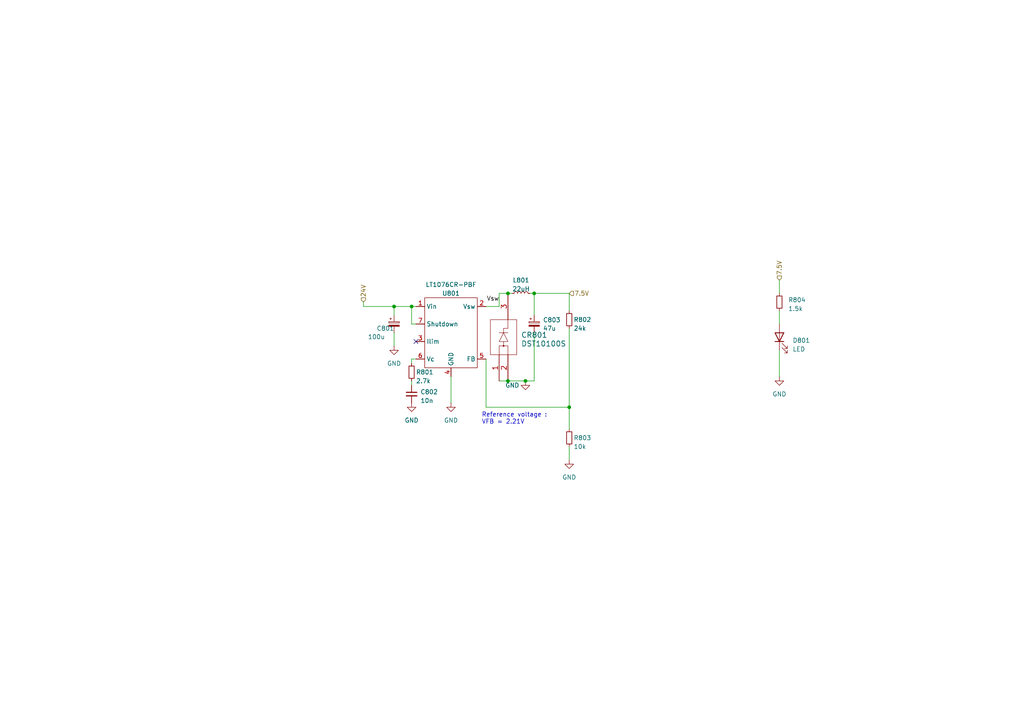
<source format=kicad_sch>
(kicad_sch (version 20230121) (generator eeschema)
  (paper "A4")
  (lib_symbols
    (symbol "DST10100S_1" (pin_names (offset 0.254) hide)
      (property "Reference" "CR" (at 12.7 7.62 0))
      (property "Value" "DST10100S" (at 12.7 5.08 0))
      (symbol "DST10100S_1_1_1"
        (polyline (pts (xy 7.62 -5.08) (xy 17.78 -5.08)) (stroke (width 0.127)))
        (polyline (pts (xy 7.62 0) (xy 10.16 0)) (stroke (width 0.127)))
        (polyline (pts (xy 7.62 2.54) (xy 7.62 -5.08)) (stroke (width 0.127)))
        (polyline (pts (xy 10.16 -2.54) (xy 7.62 -2.54)) (stroke (width 0.127)))
        (polyline (pts (xy 10.16 -1.27) (xy 11.43 -1.27)) (stroke (width 0.127)))
        (polyline (pts (xy 10.16 0) (xy 10.16 -2.54)) (stroke (width 0.127)))
        (polyline (pts (xy 11.43 -2.54) (xy 13.97 -1.27)) (stroke (width 0.127)))
        (polyline (pts (xy 11.43 0) (xy 11.43 -2.54)) (stroke (width 0.127)))
        (polyline (pts (xy 13.97 -1.27) (xy 11.43 0)) (stroke (width 0.127)))
        (polyline (pts (xy 13.97 -1.27) (xy 15.24 -1.27)) (stroke (width 0.127)))
        (polyline (pts (xy 13.97 0) (xy 13.97 -2.54)) (stroke (width 0.127)))
        (polyline (pts (xy 15.24 -2.54) (xy 17.78 -2.54)) (stroke (width 0.127)))
        (polyline (pts (xy 15.24 -1.27) (xy 15.24 -2.54)) (stroke (width 0.127)))
        (polyline (pts (xy 17.78 -5.08) (xy 17.78 2.54)) (stroke (width 0.127)))
        (polyline (pts (xy 17.78 2.54) (xy 7.62 2.54)) (stroke (width 0.127)))
        (arc (start 10.16 -1.397) (mid 10.16 -1.397) (end 10.16 -1.397) (stroke (width 0.254)))
        (circle (center 10.16 -1.27) (radius 0.127) (stroke (width 0.254)))
        (pin unspecified line (at 0 0 0) (length 7.62) (name "1") (number "1"))
        (pin unspecified line (at 0 -2.54 0) (length 7.62) (name "2") (number "2"))
        (pin unspecified line (at 25.4 -2.54 180) (length 7.62) (name "3") (number "3"))
      )
    )
    (symbol "Device:C_Polarized_Small" (pin_numbers hide) (pin_names (offset 0.254) hide)
      (property "Reference" "C" (at 0.254 1.778 0))
      (property "Value" "C_Polarized_Small" (at 0.254 -2.032 0))
      (symbol "C_Polarized_Small_0_1"
        (rectangle (start -1.524 -0.3048) (end 1.524 -0.6858) (fill (type outline)))
        (rectangle (start -1.524 0.6858) (end 1.524 0.3048))
        (polyline (pts (xy -1.27 1.524) (xy -0.762 1.524)))
        (polyline (pts (xy -1.016 1.27) (xy -1.016 1.778)))
      )
      (symbol "C_Polarized_Small_1_1"
        (pin passive line (at 0 2.54 270) (length 1.8542) (name "~") (number "1"))
        (pin passive line (at 0 -2.54 90) (length 1.8542) (name "~") (number "2"))
      )
    )
    (symbol "Device:C_Small" (pin_numbers hide) (pin_names (offset 0.254) hide)
      (property "Reference" "C" (at 0.254 1.778 0))
      (property "Value" "C_Small" (at 0.254 -2.032 0))
      (symbol "C_Small_0_1"
        (polyline (pts (xy -1.524 -0.508) (xy 1.524 -0.508)) (stroke (width 0.3302)))
        (polyline (pts (xy -1.524 0.508) (xy 1.524 0.508)) (stroke (width 0.3048)))
      )
      (symbol "C_Small_1_1"
        (pin passive line (at 0 2.54 270) (length 2.032) (name "~") (number "1"))
        (pin passive line (at 0 -2.54 90) (length 2.032) (name "~") (number "2"))
      )
    )
    (symbol "Device:LED" (pin_numbers hide) (pin_names (offset 1.016) hide)
      (property "Reference" "D" (at 0 2.54 0))
      (property "Value" "LED" (at 0 -2.54 0))
      (symbol "LED_0_1"
        (polyline (pts (xy -1.27 -1.27) (xy -1.27 1.27)) (stroke (width 0.254)))
        (polyline (pts (xy -1.27 0) (xy 1.27 0)))
        (polyline (pts (xy 1.27 -1.27) (xy 1.27 1.27) (xy -1.27 0) (xy 1.27 -1.27)) (stroke (width 0.254)))
        (polyline (pts (xy -3.048 -0.762) (xy -4.572 -2.286) (xy -3.81 -2.286) (xy -4.572 -2.286) (xy -4.572 -1.524)))
        (polyline (pts (xy -1.778 -0.762) (xy -3.302 -2.286) (xy -2.54 -2.286) (xy -3.302 -2.286) (xy -3.302 -1.524)))
      )
      (symbol "LED_1_1"
        (pin passive line (at -3.81 0 0) (length 2.54) (name "K") (number "1"))
        (pin passive line (at 3.81 0 180) (length 2.54) (name "A") (number "2"))
      )
    )
    (symbol "Device:L_Small" (pin_numbers hide) (pin_names (offset 0.254) hide)
      (property "Reference" "L" (at 0.762 1.016 0))
      (property "Value" "L_Small" (at 0.762 -1.016 0))
      (symbol "L_Small_0_1"
        (arc (start 0 -2.032) (mid 0.5058 -1.524) (end 0 -1.016))
        (arc (start 0 -1.016) (mid 0.5058 -0.508) (end 0 0))
        (arc (start 0 0) (mid 0.5058 0.508) (end 0 1.016))
        (arc (start 0 1.016) (mid 0.5058 1.524) (end 0 2.032))
      )
      (symbol "L_Small_1_1"
        (pin passive line (at 0 2.54 270) (length 0.508) (name "~") (number "1"))
        (pin passive line (at 0 -2.54 90) (length 0.508) (name "~") (number "2"))
      )
    )
    (symbol "Device:R_Small" (pin_numbers hide) (pin_names (offset 0.254) hide)
      (property "Reference" "R" (at 0.762 0.508 0))
      (property "Value" "R_Small" (at 0.762 -1.016 0))
      (symbol "R_Small_0_1"
        (rectangle (start -0.762 1.778) (end 0.762 -1.778) (stroke (width 0.2032)))
      )
      (symbol "R_Small_1_1"
        (pin passive line (at 0 2.54 270) (length 0.762) (name "~") (number "1"))
        (pin passive line (at 0 -2.54 90) (length 0.762) (name "~") (number "2"))
      )
    )
    (symbol "LT1076_1"
      (property "Reference" "U" (at -6.35 10.16 0))
      (symbol "LT1076_1_0_1"
        (rectangle (start -7.62 8.89) (end 7.62 -11.43))
      )
      (symbol "LT1076_1_1_1"
        (pin power_in line (at -10.16 6.35 0) (length 2.54) (name "Vin") (number "1"))
        (pin output line (at 10.16 6.35 180) (length 2.54) (name "Vsw") (number "2"))
        (pin input line (at -10.16 -3.81 0) (length 2.54) (name "Ilim") (number "3"))
        (pin power_in line (at 0 -13.97 90) (length 2.54) (name "GND") (number "4"))
        (pin input line (at 10.16 -8.89 180) (length 2.54) (name "FB") (number "5"))
        (pin input line (at -10.16 -8.89 0) (length 2.54) (name "Vc") (number "6"))
        (pin input line (at -10.16 1.27 0) (length 2.54) (name "Shutdown") (number "7"))
      )
    )
    (symbol "power:GND" (power) (pin_names (offset 0))
      (property "Value" "GND" (at 0 -3.81 0))
      (symbol "GND_0_1"
        (polyline (pts (xy 0 0) (xy 0 -1.27) (xy 1.27 -1.27) (xy 0 -2.54) (xy -1.27 -1.27) (xy 0 -1.27)))
      )
      (symbol "GND_1_1"
        (pin power_in line (at 0 0 270) (length 0) hide (name "GND") (number "1"))
      )
    )
  )
  (junction (at 147.32 110.49))
  (junction (at 114.3 88.9))
  (junction (at 119.38 88.9))
  (junction (at 165.1 118.11))
  (junction (at 152.4 110.49))
  (junction (at 147.32 85.09))
  (junction (at 154.94 85.09))
  (no_connect (at 120.65 99.06))
  (wire (pts (xy 119.38 105.41) (xy 119.38 104.14)))
  (wire (pts (xy 119.38 88.9) (xy 119.38 93.98)))
  (wire (pts (xy 226.06 109.22) (xy 226.06 101.6)))
  (wire (pts (xy 105.41 88.9) (xy 114.3 88.9)))
  (wire (pts (xy 226.06 81.28) (xy 226.06 85.09)))
  (wire (pts (xy 165.1 129.54) (xy 165.1 133.35)))
  (wire (pts (xy 144.78 110.49) (xy 147.32 110.49)))
  (wire (pts (xy 144.78 88.9) (xy 140.97 88.9)))
  (wire (pts (xy 154.94 85.09) (xy 154.94 91.44)))
  (wire (pts (xy 154.94 110.49) (xy 152.4 110.49)))
  (wire (pts (xy 114.3 88.9) (xy 119.38 88.9)))
  (wire (pts (xy 144.78 85.09) (xy 147.32 85.09)))
  (wire (pts (xy 147.32 85.09) (xy 148.59 85.09)))
  (wire (pts (xy 144.78 85.09) (xy 144.78 88.9)))
  (wire (pts (xy 154.94 96.52) (xy 154.94 110.49)))
  (wire (pts (xy 119.38 104.14) (xy 120.65 104.14)))
  (wire (pts (xy 165.1 85.09) (xy 165.1 90.17)))
  (wire (pts (xy 226.06 90.17) (xy 226.06 93.98)))
  (wire (pts (xy 153.67 85.09) (xy 154.94 85.09)))
  (wire (pts (xy 130.81 109.22) (xy 130.81 116.84)))
  (wire (pts (xy 147.32 110.49) (xy 152.4 110.49)))
  (wire (pts (xy 140.97 118.11) (xy 165.1 118.11)))
  (wire (pts (xy 119.38 110.49) (xy 119.38 111.76)))
  (wire (pts (xy 114.3 88.9) (xy 114.3 91.44)))
  (wire (pts (xy 119.38 88.9) (xy 120.65 88.9)))
  (wire (pts (xy 119.38 93.98) (xy 120.65 93.98)))
  (wire (pts (xy 114.3 96.52) (xy 114.3 100.33)))
  (wire (pts (xy 165.1 95.25) (xy 165.1 118.11)))
  (wire (pts (xy 105.41 87.63) (xy 105.41 88.9)))
  (wire (pts (xy 140.97 118.11) (xy 140.97 104.14)))
  (wire (pts (xy 154.94 85.09) (xy 165.1 85.09)))
  (wire (pts (xy 165.1 118.11) (xy 165.1 124.46)))
  (text "Reference voltage :\nVFB = 2.21V" (at 139.7 123.19 0) (effects (font (size 1.27 1.27)) (justify left bottom)))
  (label "Vsw" (at 144.78 87.63 180))
  (hierarchical_label "24V" (shape input) (at 105.41 87.63 90))
  (hierarchical_label "7.5V" (shape input) (at 165.1 85.09 0))
  (hierarchical_label "7.5V" (shape input) (at 226.06 81.28 90))
  (symbol (lib_id "power:GND") (at 165.1 133.35 0) (unit 1)
    (property "Reference" "#PWR0805" (effects hide))
    (property "Value" "GND" (at 165.1 138.43 0))
    (instances (project "Robourt" (path "" (reference "#PWR0805") (unit 1))) (project "Regulateurs" (path "" (reference "#PWR?") (unit 1))) (project "QBPS_LT1076CR#PBF" (path "" (reference "#PWR?") (unit 1)) (path "" (reference "#PWR?") (unit 1)) (path "" (reference "#PWR?") (unit 1)) (path "" (reference "#PWR?") (unit 1))))
  )
  (symbol (lib_id "power:GND") (at 114.3 100.33 0) (unit 1)
    (property "Reference" "#PWR0801" (effects hide))
    (property "Value" "GND" (at 114.3 105.41 0))
    (instances (project "Robourt" (path "" (reference "#PWR0801") (unit 1))) (project "Regulateurs" (path "" (reference "#PWR?") (unit 1))) (project "QBPS_LT1076CR#PBF" (path "" (reference "#PWR?") (unit 1)) (path "" (reference "#PWR?") (unit 1)) (path "" (reference "#PWR?") (unit 1)) (path "" (reference "#PWR?") (unit 1))))
  )
  (symbol (lib_id "Device:R_Small") (at 119.38 107.95 0) (unit 1)
    (property "Reference" "R801" (at 120.65 107.95 0) (effects (justify left)))
    (property "Value" "2.7k" (at 120.65 110.49 0) (effects (justify left)))
    (property "Footprint" "Resistor_SMD:R_0402_1005Metric" (effects hide))
    (instances (project "Robourt" (path "" (reference "R801") (unit 1))) (project "Regulateurs" (path "" (reference "R?") (unit 1))) (project "QBPS_LT1076CR#PBF" (path "" (reference "R?") (unit 1)) (path "" (reference "R?") (unit 1)) (path "" (reference "R?") (unit 1)) (path "" (reference "R?") (unit 1))))
  )
  (symbol (lib_id "Device:LED") (at 226.06 97.79 90) (unit 1)
    (property "Reference" "D801" (at 229.87 98.7425 90) (effects (justify right)))
    (property "Value" "LED" (at 229.87 101.2825 90) (effects (justify right)))
    (property "Footprint" "LED_SMD:LED_0603_1608Metric" (effects hide))
    (instances (project "Robourt" (path "" (reference "D801") (unit 1))) (project "Regulateurs" (path "" (reference "D?") (unit 1))) (project "QBPS_LT1076CR#PBF" (path "" (reference "D?") (unit 1)) (path "" (reference "D?") (unit 1)) (path "" (reference "D?") (unit 1)) (path "" (reference "D?") (unit 1)) (path "" (reference "D?") (unit 1))))
  )
  (symbol (lib_id "Device:C_Polarized_Small") (at 154.94 93.98 0) (unit 1)
    (property "Reference" "C803" (at 157.48 92.7989 0) (effects (justify left)))
    (property "Value" "47u" (at 157.48 95.25 0) (effects (justify left)))
    (property "Footprint" "Capacitor_SMD:CP_Elec_6.3x5.4" (effects hide))
    (property "MFR" "865060543005" (effects hide))
    (instances (project "Robourt" (path "" (reference "C803") (unit 1))) (project "Regulateurs" (path "" (reference "C?") (unit 1))) (project "QBPS_LT1076CR#PBF" (path "" (reference "C?") (unit 1)) (path "" (reference "C?") (unit 1)) (path "" (reference "C?") (unit 1)) (path "" (reference "C?") (unit 1))))
  )
  (symbol (lib_id "power:GND") (at 152.4 110.49 0) (unit 1)
    (property "Reference" "#PWR0804" (effects hide))
    (property "Value" "GND" (at 148.59 111.76 0))
    (instances (project "Robourt" (path "" (reference "#PWR0804") (unit 1))) (project "Regulateurs" (path "" (reference "#PWR?") (unit 1))) (project "QBPS_LT1076CR#PBF" (path "" (reference "#PWR?") (unit 1)) (path "" (reference "#PWR?") (unit 1)) (path "" (reference "#PWR?") (unit 1)) (path "" (reference "#PWR?") (unit 1))))
  )
  (symbol (lib_id "power:GND") (at 226.06 109.22 0) (unit 1)
    (property "Reference" "#PWR0806" (effects hide))
    (property "Value" "GND" (at 226.06 114.3 0))
    (instances (project "Robourt" (path "" (reference "#PWR0806") (unit 1))) (project "Regulateurs" (path "" (reference "#PWR?") (unit 1))) (project "QBPS_LT1076CR#PBF" (path "" (reference "#PWR?") (unit 1)) (path "" (reference "#PWR?") (unit 1)) (path "" (reference "#PWR?") (unit 1)) (path "" (reference "#PWR?") (unit 1)) (path "" (reference "#PWR?") (unit 1))))
  )
  (symbol (lib_id "Device:C_Small") (at 119.38 114.3 0) (unit 1)
    (property "Reference" "C802" (at 121.92 113.6713 0) (effects (justify left)))
    (property "Value" "10n" (at 121.92 116.2113 0) (effects (justify left)))
    (property "Footprint" "Capacitor_SMD:C_0402_1005Metric" (effects hide))
    (instances (project "Robourt" (path "" (reference "C802") (unit 1))) (project "Regulateurs" (path "" (reference "C?") (unit 1))) (project "QBPS_LT1076CR#PBF" (path "" (reference "C?") (unit 1)) (path "" (reference "C?") (unit 1)) (path "" (reference "C?") (unit 1)) (path "" (reference "C?") (unit 1))))
  )
  (symbol (lib_id "Device:R_Small") (at 165.1 92.71 0) (unit 1)
    (property "Reference" "R802" (at 166.37 92.71 0) (effects (justify left)))
    (property "Value" "24k" (at 166.37 95.25 0) (effects (justify left)))
    (property "Footprint" "Resistor_SMD:R_0402_1005Metric" (effects hide))
    (instances (project "Robourt" (path "" (reference "R802") (unit 1))) (project "Regulateurs" (path "" (reference "R?") (unit 1))) (project "QBPS_LT1076CR#PBF" (path "" (reference "R?") (unit 1)) (path "" (reference "R?") (unit 1)) (path "" (reference "R?") (unit 1)) (path "" (reference "R?") (unit 1))))
  )
  (symbol (lib_id "Device:L_Small") (at 151.13 85.09 90) (unit 1)
    (property "Reference" "L801" (at 151.13 81.28 90))
    (property "Value" "22uH" (at 151.13 83.82 90))
    (property "Footprint" "Inductor_SMD:L_Changjiang_FNR8065S" (effects hide))
    (property "MFR" "7447709220" (effects hide))
    (instances (project "Robourt" (path "" (reference "L801") (unit 1))) (project "Regulateurs" (path "" (reference "L?") (unit 1))) (project "QBPS_LT1076CR#PBF" (path "" (reference "L?") (unit 1)) (path "" (reference "L?") (unit 1)) (path "" (reference "L?") (unit 1)) (path "" (reference "L?") (unit 1))))
  )
  (symbol (lib_id "Device:R_Small") (at 226.06 87.63 0) (unit 1)
    (property "Reference" "R804" (at 228.6 86.995 0) (effects (justify left)))
    (property "Value" "1.5k" (at 228.6 89.535 0) (effects (justify left)))
    (property "Footprint" "Resistor_SMD:R_0402_1005Metric" (effects hide))
    (instances (project "Robourt" (path "" (reference "R804") (unit 1))) (project "Regulateurs" (path "" (reference "R?") (unit 1))) (project "QBPS_LT1076CR#PBF" (path "" (reference "R?") (unit 1)) (path "" (reference "R?") (unit 1)) (path "" (reference "R?") (unit 1)) (path "" (reference "R?") (unit 1)) (path "" (reference "R?") (unit 1))))
  )
  (symbol (lib_name "LT1076_1") (lib_id "custom:LT1076") (at 130.81 95.25 0) (unit 1)
    (property "Reference" "U801" (at 130.81 85.09 0))
    (property "Value" "LT1076CR-PBF" (at 130.81 82.55 0))
    (property "Footprint" "LT1076CR:LT1076CR-PBF" (effects hide))
    (property "Datasheet" "https://www.mouser.fr/datasheet/2/609/1074fds-3123169.pdf" (effects hide))
  )
  (symbol (lib_name "DST10100S_1") (lib_id "2023-03-19_11-33-54:DST10100S") (at 144.78 110.49 90) (unit 1)
    (property "Reference" "CR801" (at 151.13 97.155 90) (effects (font (size 1.524 1.524)) (justify right)))
    (property "Value" "DST10100S" (at 151.13 99.695 90) (effects (font (size 1.524 1.524)) (justify right)))
    (property "Footprint" "DST10100S:DST10100S" (effects hide))
  )
  (symbol (lib_id "Device:C_Polarized_Small") (at 114.3 93.98 0) (unit 1)
    (property "Reference" "C801" (at 109.22 95.25 0) (effects (justify left)))
    (property "Value" "100u" (at 106.68 97.7011 0) (effects (justify left)))
    (property "Footprint" "Capacitor_SMD:CP_Elec_6.3x7.7" (effects hide))
    (property "MFR" "865060445005" (effects hide))
    (property "Vmax" "25V" (effects hide))
    (instances (project "Robourt" (path "" (reference "C801") (unit 1))) (project "Regulateurs" (path "" (reference "C?") (unit 1))) (project "QBPS_LT1076CR#PBF" (path "" (reference "C?") (unit 1)) (path "" (reference "C?") (unit 1)) (path "" (reference "C?") (unit 1)) (path "" (reference "C?") (unit 1))))
  )
  (symbol (lib_id "Device:R_Small") (at 165.1 127 0) (unit 1)
    (property "Reference" "R803" (at 166.37 127 0) (effects (justify left)))
    (property "Value" "10k" (at 166.37 129.54 0) (effects (justify left)))
    (property "Footprint" "Resistor_SMD:R_0402_1005Metric" (effects hide))
    (instances (project "Robourt" (path "" (reference "R803") (unit 1))) (project "Regulateurs" (path "" (reference "R?") (unit 1))) (project "QBPS_LT1076CR#PBF" (path "" (reference "R?") (unit 1)) (path "" (reference "R?") (unit 1)) (path "" (reference "R?") (unit 1)) (path "" (reference "R?") (unit 1))))
  )
  (symbol (lib_id "power:GND") (at 119.38 116.84 0) (unit 1)
    (property "Reference" "#PWR0802" (effects hide))
    (property "Value" "GND" (at 119.38 121.92 0))
    (instances (project "Robourt" (path "" (reference "#PWR0802") (unit 1))) (project "Regulateurs" (path "" (reference "#PWR?") (unit 1))) (project "QBPS_LT1076CR#PBF" (path "" (reference "#PWR?") (unit 1)) (path "" (reference "#PWR?") (unit 1)) (path "" (reference "#PWR?") (unit 1)) (path "" (reference "#PWR?") (unit 1))))
  )
  (symbol (lib_id "power:GND") (at 130.81 116.84 0) (unit 1)
    (property "Reference" "#PWR0803" (effects hide))
    (property "Value" "GND" (at 130.81 121.92 0))
    (instances (project "Robourt" (path "" (reference "#PWR0803") (unit 1))) (project "Regulateurs" (path "" (reference "#PWR?") (unit 1))) (project "QBPS_LT1076CR#PBF" (path "" (reference "#PWR?") (unit 1)) (path "" (reference "#PWR?") (unit 1)) (path "" (reference "#PWR?") (unit 1)) (path "" (reference "#PWR?") (unit 1))))
  )
)
</source>
